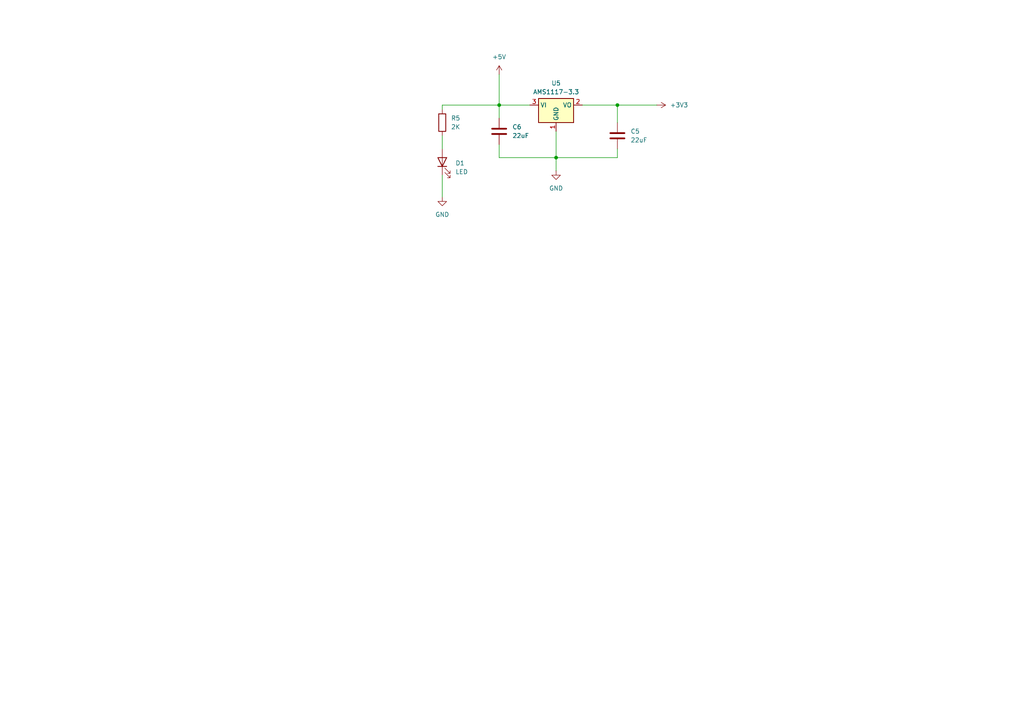
<source format=kicad_sch>
(kicad_sch (version 20250114) (generator "eeschema") (generator_version "9.0")
  (paper "A4")
  (lib_symbols
    (symbol "Device:C" (pin_numbers (hide yes)) (pin_names (offset 0.254))
      (property "Reference" "C" (at 0.635 2.54 0))
      (property "Value" "C" (at 0.635 -2.54 0))
      (symbol "C_0_1"
        (polyline (pts (xy -2.032 0.762) (xy 2.032 0.762)) (stroke (width 0.508)))
        (polyline (pts (xy -2.032 -0.762) (xy 2.032 -0.762)) (stroke (width 0.508)))
      )
      (symbol "C_1_1"
        (pin passive line (at 0 3.81 270) (length 2.794) (name "~") (number "1"))
        (pin passive line (at 0 -3.81 90) (length 2.794) (name "~") (number "2"))
      )
    )
    (symbol "Device:LED" (pin_numbers (hide yes)) (pin_names (offset 1.016) (hide yes))
      (property "Reference" "D" (at 0 2.54 0))
      (property "Value" "LED" (at 0 -2.54 0))
      (symbol "LED_0_1"
        (polyline (pts (xy -3.048 -0.762) (xy -4.572 -2.286) (xy -3.81 -2.286) (xy -4.572 -2.286) (xy -4.572 -1.524)))
        (polyline (pts (xy -1.778 -0.762) (xy -3.302 -2.286) (xy -2.54 -2.286) (xy -3.302 -2.286) (xy -3.302 -1.524)))
        (polyline (pts (xy -1.27 0) (xy 1.27 0)))
        (polyline (pts (xy -1.27 -1.27) (xy -1.27 1.27)) (stroke (width 0.254)))
        (polyline (pts (xy 1.27 -1.27) (xy 1.27 1.27) (xy -1.27 0) (xy 1.27 -1.27)) (stroke (width 0.254)))
      )
      (symbol "LED_1_1"
        (pin passive line (at -3.81 0 0) (length 2.54) (name "K") (number "1"))
        (pin passive line (at 3.81 0 180) (length 2.54) (name "A") (number "2"))
      )
    )
    (symbol "Device:R" (pin_numbers (hide yes)) (pin_names (offset 0))
      (property "Reference" "R" (at 2.032 0 90))
      (property "Value" "R" (at 0 0 90))
      (symbol "R_0_1"
        (rectangle (start -1.016 -2.54) (end 1.016 2.54) (stroke (width 0.254)))
      )
      (symbol "R_1_1"
        (pin passive line (at 0 3.81 270) (length 1.27) (name "~") (number "1"))
        (pin passive line (at 0 -3.81 90) (length 1.27) (name "~") (number "2"))
      )
    )
    (symbol "Regulator_Linear:AMS1117-3.3"
      (property "Reference" "U" (at -3.81 3.175 0))
      (property "Value" "AMS1117-3.3" (at 0 3.175 0))
      (symbol "AMS1117-3.3_0_1"
        (rectangle (start -5.08 -5.08) (end 5.08 1.905) (stroke (width 0.254)) (fill (type background)))
      )
      (symbol "AMS1117-3.3_1_1"
        (pin power_in line (at -7.62 0 0) (length 2.54) (name "VI") (number "3"))
        (pin power_in line (at 0 -7.62 90) (length 2.54) (name "GND") (number "1"))
        (pin power_out line (at 7.62 0 180) (length 2.54) (name "VO") (number "2"))
      )
    )
    (symbol "power:+3V3" (power) (pin_numbers (hide yes)) (pin_names (offset 0) (hide yes))
      (property "Value" "+3V3" (at 0 3.556 0))
      (symbol "+3V3_0_1"
        (polyline (pts (xy -0.762 1.27) (xy 0 2.54)))
        (polyline (pts (xy 0 2.54) (xy 0.762 1.27)))
        (polyline (pts (xy 0 0) (xy 0 2.54)))
      )
      (symbol "+3V3_1_1"
        (pin power_in line (at 0 0 90) (length 0) (name "~") (number "1"))
      )
    )
    (symbol "power:+5V" (power) (pin_numbers (hide yes)) (pin_names (offset 0) (hide yes))
      (property "Value" "+5V" (at 0 3.556 0))
      (symbol "+5V_0_1"
        (polyline (pts (xy -0.762 1.27) (xy 0 2.54)))
        (polyline (pts (xy 0 2.54) (xy 0.762 1.27)))
        (polyline (pts (xy 0 0) (xy 0 2.54)))
      )
      (symbol "+5V_1_1"
        (pin power_in line (at 0 0 90) (length 0) (name "~") (number "1"))
      )
    )
    (symbol "power:GND" (power) (pin_numbers (hide yes)) (pin_names (offset 0) (hide yes))
      (property "Value" "GND" (at 0 -3.81 0))
      (symbol "GND_0_1"
        (polyline (pts (xy 0 0) (xy 0 -1.27) (xy 1.27 -1.27) (xy 0 -2.54) (xy -1.27 -1.27) (xy 0 -1.27)))
      )
      (symbol "GND_1_1"
        (pin power_in line (at 0 0 270) (length 0) (name "~") (number "1"))
      )
    )
  )
  (junction (at 161.29 45.72))
  (junction (at 144.78 30.48))
  (junction (at 179.07 30.48))
  (wire (pts (xy 128.27 30.48) (xy 144.78 30.48)))
  (wire (pts (xy 179.07 30.48) (xy 190.5 30.48)))
  (wire (pts (xy 168.91 30.48) (xy 179.07 30.48)))
  (wire (pts (xy 144.78 41.91) (xy 144.78 45.72)))
  (wire (pts (xy 144.78 30.48) (xy 153.67 30.48)))
  (wire (pts (xy 179.07 43.18) (xy 179.07 45.72)))
  (wire (pts (xy 128.27 31.75) (xy 128.27 30.48)))
  (wire (pts (xy 128.27 39.37) (xy 128.27 43.18)))
  (wire (pts (xy 179.07 30.48) (xy 179.07 35.56)))
  (wire (pts (xy 161.29 38.1) (xy 161.29 45.72)))
  (wire (pts (xy 144.78 34.29) (xy 144.78 30.48)))
  (wire (pts (xy 161.29 45.72) (xy 161.29 49.53)))
  (wire (pts (xy 161.29 45.72) (xy 179.07 45.72)))
  (wire (pts (xy 144.78 21.59) (xy 144.78 30.48)))
  (wire (pts (xy 144.78 45.72) (xy 161.29 45.72)))
  (wire (pts (xy 128.27 50.8) (xy 128.27 57.15)))
  (symbol (lib_id "Regulator_Linear:AMS1117-3.3") (at 161.29 30.48 0) (unit 1)
    (property "Reference" "U5" (at 161.29 24.13 0))
    (property "Value" "AMS1117-3.3" (at 161.29 26.67 0))
    (property "Footprint" "Package_TO_SOT_SMD:SOT-223-3_TabPin2" (effects (hide yes)))
    (property "Datasheet" "http://www.advanced-monolithic.com/pdf/ds1117.pdf" (effects (hide yes)))
    (property "Description" "1A Low Dropout regulator, positive, 3.3V fixed output, SOT-223" (effects (hide yes)))
    (instances (project "" (path "" (reference "U5") (unit 1))) (project "" (path "" (reference "U2") (unit 1))))
  )
  (symbol (lib_id "power:GND") (at 128.27 57.15 0) (unit 1)
    (property "Reference" "#PWR012" (effects (hide yes)))
    (property "Value" "GND" (at 128.27 62.23 0))
    (property "Description" "Power symbol creates a global label with name \"GND\" , ground" (effects (hide yes)))
    (instances (project "" (path "" (reference "#PWR012") (unit 1))) (project "" (path "" (reference "#PWR0107") (unit 1))))
  )
  (symbol (lib_id "Device:R") (at 128.27 35.56 0) (unit 1)
    (property "Reference" "R5" (at 130.81 34.2899 0) (effects (justify left)))
    (property "Value" "2K" (at 130.81 36.8299 0) (effects (justify left)))
    (property "Footprint" "Resistor_SMD:R_0805_2012Metric" (effects (hide yes)))
    (property "Description" "Resistor" (effects (hide yes)))
    (instances (project "esp_snapclient_v2" (path "" (reference "R5") (unit 1))) (project "" (path "" (reference "R4") (unit 1))))
  )
  (symbol (lib_id "Device:C") (at 144.78 38.1 0) (unit 1)
    (property "Reference" "C6" (at 148.59 36.8299 0) (effects (justify left)))
    (property "Value" "22uF" (at 148.59 39.3699 0) (effects (justify left)))
    (property "Footprint" "Capacitor_SMD:C_0805_2012Metric" (effects (hide yes)))
    (property "Description" "Unpolarized capacitor" (effects (hide yes)))
    (instances (project "esp_snapclient_v2" (path "" (reference "C6") (unit 1))) (project "" (path "" (reference "C5") (unit 1))))
  )
  (symbol (lib_id "power:+5V") (at 144.78 21.59 0) (unit 1)
    (property "Reference" "#PWR013" (effects (hide yes)))
    (property "Value" "+5V" (at 144.78 16.51 0))
    (property "Description" "Power symbol creates a global label with name \"+5V\"" (effects (hide yes)))
    (instances (project "" (path "" (reference "#PWR013") (unit 1))) (project "" (path "" (reference "#PWR0104") (unit 1))))
  )
  (symbol (lib_id "power:+3V3") (at 190.5 30.48 270) (unit 1)
    (property "Reference" "#PWR011" (effects (hide yes)))
    (property "Value" "+3V3" (at 194.31 30.4799 90) (effects (justify left)))
    (property "Description" "Power symbol creates a global label with name \"+3V3\"" (effects (hide yes)))
    (instances (project "esp_snapclient_v2" (path "" (reference "#PWR011") (unit 1))) (project "" (path "" (reference "#PWR0106") (unit 1))))
  )
  (symbol (lib_id "Device:LED") (at 128.27 46.99 90) (unit 1)
    (property "Reference" "D1" (at 132.08 47.3074 90) (effects (justify right)))
    (property "Value" "LED" (at 132.08 49.8474 90) (effects (justify right)))
    (property "Footprint" "LED_SMD:LED_0805_2012Metric" (effects (hide yes)))
    (property "Description" "Light emitting diode" (effects (hide yes)))
    (property "Sim.Pins" "1=K 2=A" (effects (hide yes)))
  )
  (symbol (lib_id "Device:C") (at 179.07 39.37 0) (unit 1)
    (property "Reference" "C5" (at 182.88 38.0999 0) (effects (justify left)))
    (property "Value" "22uF" (at 182.88 40.6399 0) (effects (justify left)))
    (property "Footprint" "Capacitor_SMD:C_0805_2012Metric" (effects (hide yes)))
    (property "Description" "Unpolarized capacitor" (effects (hide yes)))
    (instances (project "esp_snapclient_v2" (path "" (reference "C5") (unit 1))) (project "" (path "" (reference "C6") (unit 1))))
  )
  (symbol (lib_id "power:GND") (at 161.29 49.53 0) (unit 1)
    (property "Reference" "#PWR010" (effects (hide yes)))
    (property "Value" "GND" (at 161.29 54.61 0))
    (property "Description" "Power symbol creates a global label with name \"GND\" , ground" (effects (hide yes)))
    (instances (project "" (path "" (reference "#PWR010") (unit 1))) (project "" (path "" (reference "#PWR0105") (unit 1))))
  )
)
</source>
